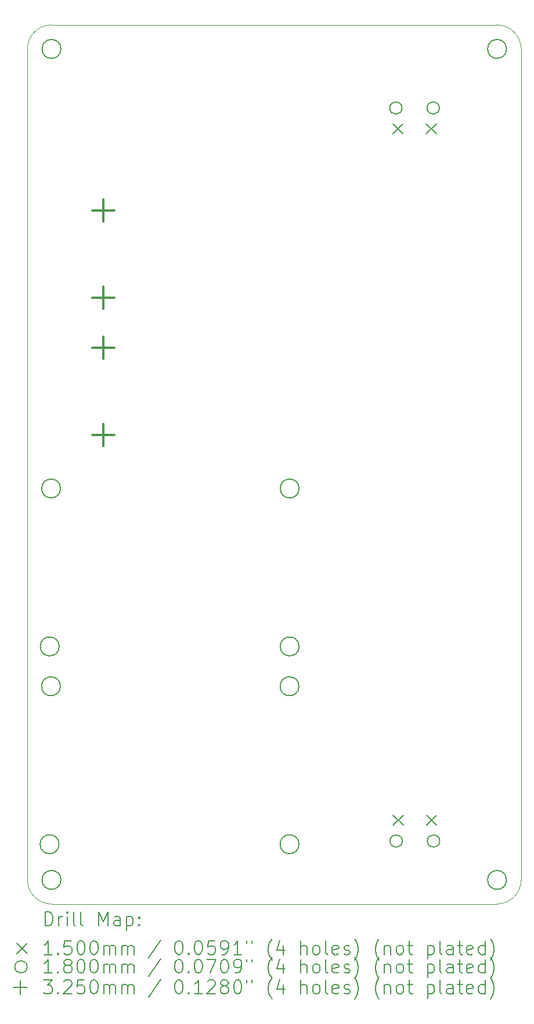
<source format=gbr>
%TF.GenerationSoftware,KiCad,Pcbnew,7.0.7*%
%TF.CreationDate,2025-01-13T16:20:25+01:00*%
%TF.ProjectId,PICO board v4.0,5049434f-2062-46f6-9172-642076342e30,rev?*%
%TF.SameCoordinates,Original*%
%TF.FileFunction,Drillmap*%
%TF.FilePolarity,Positive*%
%FSLAX45Y45*%
G04 Gerber Fmt 4.5, Leading zero omitted, Abs format (unit mm)*
G04 Created by KiCad (PCBNEW 7.0.7) date 2025-01-13 16:20:25*
%MOMM*%
%LPD*%
G01*
G04 APERTURE LIST*
%ADD10C,0.200000*%
%ADD11C,0.100000*%
%ADD12C,0.150000*%
%ADD13C,0.180000*%
%ADD14C,0.325000*%
G04 APERTURE END LIST*
D10*
X7430000Y-12930000D02*
G75*
G03*
X7430000Y-12930000I-137500J0D01*
G01*
X7437500Y-15750000D02*
G75*
G03*
X7437500Y-15750000I-137500J0D01*
G01*
X10910000Y-15230000D02*
G75*
G03*
X10910000Y-15230000I-137500J0D01*
G01*
D11*
X7300000Y-3300000D02*
X13800000Y-3300000D01*
X6950000Y-15750000D02*
G75*
G03*
X7300000Y-16100000I350000J0D01*
G01*
D10*
X7412500Y-12350000D02*
G75*
G03*
X7412500Y-12350000I-137500J0D01*
G01*
D11*
X7300000Y-3300000D02*
G75*
G03*
X6950000Y-3650000I0J-350000D01*
G01*
X7300000Y-16100000D02*
X13800000Y-16100000D01*
D10*
X10910000Y-12930000D02*
G75*
G03*
X10910000Y-12930000I-137500J0D01*
G01*
X10912500Y-10050000D02*
G75*
G03*
X10912500Y-10050000I-137500J0D01*
G01*
D11*
X6950000Y-3650000D02*
X6950000Y-15750000D01*
X14150000Y-3650000D02*
X14150000Y-15750000D01*
X14150000Y-3650000D02*
G75*
G03*
X13800000Y-3300000I-350000J0D01*
G01*
D10*
X7410000Y-15230000D02*
G75*
G03*
X7410000Y-15230000I-137500J0D01*
G01*
X7437500Y-3650000D02*
G75*
G03*
X7437500Y-3650000I-137500J0D01*
G01*
D11*
X13800000Y-16100000D02*
G75*
G03*
X14150000Y-15750000I0J350000D01*
G01*
D10*
X13937500Y-3650000D02*
G75*
G03*
X13937500Y-3650000I-137500J0D01*
G01*
X7432500Y-10050000D02*
G75*
G03*
X7432500Y-10050000I-137500J0D01*
G01*
X10912500Y-12350000D02*
G75*
G03*
X10912500Y-12350000I-137500J0D01*
G01*
X13937500Y-15750000D02*
G75*
G03*
X13937500Y-15750000I-137500J0D01*
G01*
D12*
X12278500Y-4738000D02*
X12428500Y-4888000D01*
X12428500Y-4738000D02*
X12278500Y-4888000D01*
X12283500Y-14805000D02*
X12433500Y-14955000D01*
X12433500Y-14805000D02*
X12283500Y-14955000D01*
X12763500Y-4738000D02*
X12913500Y-4888000D01*
X12913500Y-4738000D02*
X12763500Y-4888000D01*
X12768500Y-14805000D02*
X12918500Y-14955000D01*
X12918500Y-14805000D02*
X12768500Y-14955000D01*
D13*
X12413500Y-4510000D02*
G75*
G03*
X12413500Y-4510000I-90000J0D01*
G01*
X12418500Y-15183000D02*
G75*
G03*
X12418500Y-15183000I-90000J0D01*
G01*
X12958500Y-4510000D02*
G75*
G03*
X12958500Y-4510000I-90000J0D01*
G01*
X12963500Y-15183000D02*
G75*
G03*
X12963500Y-15183000I-90000J0D01*
G01*
D14*
X8057000Y-5839500D02*
X8057000Y-6164500D01*
X7894500Y-6002000D02*
X8219500Y-6002000D01*
X8057000Y-7109500D02*
X8057000Y-7434500D01*
X7894500Y-7272000D02*
X8219500Y-7272000D01*
X8057000Y-7839500D02*
X8057000Y-8164500D01*
X7894500Y-8002000D02*
X8219500Y-8002000D01*
X8057000Y-9109500D02*
X8057000Y-9434500D01*
X7894500Y-9272000D02*
X8219500Y-9272000D01*
D10*
X7205777Y-16416484D02*
X7205777Y-16216484D01*
X7205777Y-16216484D02*
X7253396Y-16216484D01*
X7253396Y-16216484D02*
X7281967Y-16226008D01*
X7281967Y-16226008D02*
X7301015Y-16245055D01*
X7301015Y-16245055D02*
X7310539Y-16264103D01*
X7310539Y-16264103D02*
X7320062Y-16302198D01*
X7320062Y-16302198D02*
X7320062Y-16330769D01*
X7320062Y-16330769D02*
X7310539Y-16368865D01*
X7310539Y-16368865D02*
X7301015Y-16387912D01*
X7301015Y-16387912D02*
X7281967Y-16406960D01*
X7281967Y-16406960D02*
X7253396Y-16416484D01*
X7253396Y-16416484D02*
X7205777Y-16416484D01*
X7405777Y-16416484D02*
X7405777Y-16283150D01*
X7405777Y-16321246D02*
X7415301Y-16302198D01*
X7415301Y-16302198D02*
X7424824Y-16292674D01*
X7424824Y-16292674D02*
X7443872Y-16283150D01*
X7443872Y-16283150D02*
X7462920Y-16283150D01*
X7529586Y-16416484D02*
X7529586Y-16283150D01*
X7529586Y-16216484D02*
X7520062Y-16226008D01*
X7520062Y-16226008D02*
X7529586Y-16235531D01*
X7529586Y-16235531D02*
X7539110Y-16226008D01*
X7539110Y-16226008D02*
X7529586Y-16216484D01*
X7529586Y-16216484D02*
X7529586Y-16235531D01*
X7653396Y-16416484D02*
X7634348Y-16406960D01*
X7634348Y-16406960D02*
X7624824Y-16387912D01*
X7624824Y-16387912D02*
X7624824Y-16216484D01*
X7758158Y-16416484D02*
X7739110Y-16406960D01*
X7739110Y-16406960D02*
X7729586Y-16387912D01*
X7729586Y-16387912D02*
X7729586Y-16216484D01*
X7986729Y-16416484D02*
X7986729Y-16216484D01*
X7986729Y-16216484D02*
X8053396Y-16359341D01*
X8053396Y-16359341D02*
X8120062Y-16216484D01*
X8120062Y-16216484D02*
X8120062Y-16416484D01*
X8301015Y-16416484D02*
X8301015Y-16311722D01*
X8301015Y-16311722D02*
X8291491Y-16292674D01*
X8291491Y-16292674D02*
X8272443Y-16283150D01*
X8272443Y-16283150D02*
X8234348Y-16283150D01*
X8234348Y-16283150D02*
X8215301Y-16292674D01*
X8301015Y-16406960D02*
X8281967Y-16416484D01*
X8281967Y-16416484D02*
X8234348Y-16416484D01*
X8234348Y-16416484D02*
X8215301Y-16406960D01*
X8215301Y-16406960D02*
X8205777Y-16387912D01*
X8205777Y-16387912D02*
X8205777Y-16368865D01*
X8205777Y-16368865D02*
X8215301Y-16349817D01*
X8215301Y-16349817D02*
X8234348Y-16340293D01*
X8234348Y-16340293D02*
X8281967Y-16340293D01*
X8281967Y-16340293D02*
X8301015Y-16330769D01*
X8396253Y-16283150D02*
X8396253Y-16483150D01*
X8396253Y-16292674D02*
X8415301Y-16283150D01*
X8415301Y-16283150D02*
X8453396Y-16283150D01*
X8453396Y-16283150D02*
X8472444Y-16292674D01*
X8472444Y-16292674D02*
X8481967Y-16302198D01*
X8481967Y-16302198D02*
X8491491Y-16321246D01*
X8491491Y-16321246D02*
X8491491Y-16378388D01*
X8491491Y-16378388D02*
X8481967Y-16397436D01*
X8481967Y-16397436D02*
X8472444Y-16406960D01*
X8472444Y-16406960D02*
X8453396Y-16416484D01*
X8453396Y-16416484D02*
X8415301Y-16416484D01*
X8415301Y-16416484D02*
X8396253Y-16406960D01*
X8577205Y-16397436D02*
X8586729Y-16406960D01*
X8586729Y-16406960D02*
X8577205Y-16416484D01*
X8577205Y-16416484D02*
X8567682Y-16406960D01*
X8567682Y-16406960D02*
X8577205Y-16397436D01*
X8577205Y-16397436D02*
X8577205Y-16416484D01*
X8577205Y-16292674D02*
X8586729Y-16302198D01*
X8586729Y-16302198D02*
X8577205Y-16311722D01*
X8577205Y-16311722D02*
X8567682Y-16302198D01*
X8567682Y-16302198D02*
X8577205Y-16292674D01*
X8577205Y-16292674D02*
X8577205Y-16311722D01*
D12*
X6795000Y-16670000D02*
X6945000Y-16820000D01*
X6945000Y-16670000D02*
X6795000Y-16820000D01*
D10*
X7310539Y-16836484D02*
X7196253Y-16836484D01*
X7253396Y-16836484D02*
X7253396Y-16636484D01*
X7253396Y-16636484D02*
X7234348Y-16665055D01*
X7234348Y-16665055D02*
X7215301Y-16684103D01*
X7215301Y-16684103D02*
X7196253Y-16693627D01*
X7396253Y-16817436D02*
X7405777Y-16826960D01*
X7405777Y-16826960D02*
X7396253Y-16836484D01*
X7396253Y-16836484D02*
X7386729Y-16826960D01*
X7386729Y-16826960D02*
X7396253Y-16817436D01*
X7396253Y-16817436D02*
X7396253Y-16836484D01*
X7586729Y-16636484D02*
X7491491Y-16636484D01*
X7491491Y-16636484D02*
X7481967Y-16731722D01*
X7481967Y-16731722D02*
X7491491Y-16722198D01*
X7491491Y-16722198D02*
X7510539Y-16712674D01*
X7510539Y-16712674D02*
X7558158Y-16712674D01*
X7558158Y-16712674D02*
X7577205Y-16722198D01*
X7577205Y-16722198D02*
X7586729Y-16731722D01*
X7586729Y-16731722D02*
X7596253Y-16750769D01*
X7596253Y-16750769D02*
X7596253Y-16798389D01*
X7596253Y-16798389D02*
X7586729Y-16817436D01*
X7586729Y-16817436D02*
X7577205Y-16826960D01*
X7577205Y-16826960D02*
X7558158Y-16836484D01*
X7558158Y-16836484D02*
X7510539Y-16836484D01*
X7510539Y-16836484D02*
X7491491Y-16826960D01*
X7491491Y-16826960D02*
X7481967Y-16817436D01*
X7720062Y-16636484D02*
X7739110Y-16636484D01*
X7739110Y-16636484D02*
X7758158Y-16646008D01*
X7758158Y-16646008D02*
X7767682Y-16655531D01*
X7767682Y-16655531D02*
X7777205Y-16674579D01*
X7777205Y-16674579D02*
X7786729Y-16712674D01*
X7786729Y-16712674D02*
X7786729Y-16760293D01*
X7786729Y-16760293D02*
X7777205Y-16798389D01*
X7777205Y-16798389D02*
X7767682Y-16817436D01*
X7767682Y-16817436D02*
X7758158Y-16826960D01*
X7758158Y-16826960D02*
X7739110Y-16836484D01*
X7739110Y-16836484D02*
X7720062Y-16836484D01*
X7720062Y-16836484D02*
X7701015Y-16826960D01*
X7701015Y-16826960D02*
X7691491Y-16817436D01*
X7691491Y-16817436D02*
X7681967Y-16798389D01*
X7681967Y-16798389D02*
X7672443Y-16760293D01*
X7672443Y-16760293D02*
X7672443Y-16712674D01*
X7672443Y-16712674D02*
X7681967Y-16674579D01*
X7681967Y-16674579D02*
X7691491Y-16655531D01*
X7691491Y-16655531D02*
X7701015Y-16646008D01*
X7701015Y-16646008D02*
X7720062Y-16636484D01*
X7910539Y-16636484D02*
X7929586Y-16636484D01*
X7929586Y-16636484D02*
X7948634Y-16646008D01*
X7948634Y-16646008D02*
X7958158Y-16655531D01*
X7958158Y-16655531D02*
X7967682Y-16674579D01*
X7967682Y-16674579D02*
X7977205Y-16712674D01*
X7977205Y-16712674D02*
X7977205Y-16760293D01*
X7977205Y-16760293D02*
X7967682Y-16798389D01*
X7967682Y-16798389D02*
X7958158Y-16817436D01*
X7958158Y-16817436D02*
X7948634Y-16826960D01*
X7948634Y-16826960D02*
X7929586Y-16836484D01*
X7929586Y-16836484D02*
X7910539Y-16836484D01*
X7910539Y-16836484D02*
X7891491Y-16826960D01*
X7891491Y-16826960D02*
X7881967Y-16817436D01*
X7881967Y-16817436D02*
X7872443Y-16798389D01*
X7872443Y-16798389D02*
X7862920Y-16760293D01*
X7862920Y-16760293D02*
X7862920Y-16712674D01*
X7862920Y-16712674D02*
X7872443Y-16674579D01*
X7872443Y-16674579D02*
X7881967Y-16655531D01*
X7881967Y-16655531D02*
X7891491Y-16646008D01*
X7891491Y-16646008D02*
X7910539Y-16636484D01*
X8062920Y-16836484D02*
X8062920Y-16703150D01*
X8062920Y-16722198D02*
X8072443Y-16712674D01*
X8072443Y-16712674D02*
X8091491Y-16703150D01*
X8091491Y-16703150D02*
X8120063Y-16703150D01*
X8120063Y-16703150D02*
X8139110Y-16712674D01*
X8139110Y-16712674D02*
X8148634Y-16731722D01*
X8148634Y-16731722D02*
X8148634Y-16836484D01*
X8148634Y-16731722D02*
X8158158Y-16712674D01*
X8158158Y-16712674D02*
X8177205Y-16703150D01*
X8177205Y-16703150D02*
X8205777Y-16703150D01*
X8205777Y-16703150D02*
X8224824Y-16712674D01*
X8224824Y-16712674D02*
X8234348Y-16731722D01*
X8234348Y-16731722D02*
X8234348Y-16836484D01*
X8329586Y-16836484D02*
X8329586Y-16703150D01*
X8329586Y-16722198D02*
X8339110Y-16712674D01*
X8339110Y-16712674D02*
X8358158Y-16703150D01*
X8358158Y-16703150D02*
X8386729Y-16703150D01*
X8386729Y-16703150D02*
X8405777Y-16712674D01*
X8405777Y-16712674D02*
X8415301Y-16731722D01*
X8415301Y-16731722D02*
X8415301Y-16836484D01*
X8415301Y-16731722D02*
X8424825Y-16712674D01*
X8424825Y-16712674D02*
X8443872Y-16703150D01*
X8443872Y-16703150D02*
X8472444Y-16703150D01*
X8472444Y-16703150D02*
X8491491Y-16712674D01*
X8491491Y-16712674D02*
X8501015Y-16731722D01*
X8501015Y-16731722D02*
X8501015Y-16836484D01*
X8891491Y-16626960D02*
X8720063Y-16884103D01*
X9148634Y-16636484D02*
X9167682Y-16636484D01*
X9167682Y-16636484D02*
X9186729Y-16646008D01*
X9186729Y-16646008D02*
X9196253Y-16655531D01*
X9196253Y-16655531D02*
X9205777Y-16674579D01*
X9205777Y-16674579D02*
X9215301Y-16712674D01*
X9215301Y-16712674D02*
X9215301Y-16760293D01*
X9215301Y-16760293D02*
X9205777Y-16798389D01*
X9205777Y-16798389D02*
X9196253Y-16817436D01*
X9196253Y-16817436D02*
X9186729Y-16826960D01*
X9186729Y-16826960D02*
X9167682Y-16836484D01*
X9167682Y-16836484D02*
X9148634Y-16836484D01*
X9148634Y-16836484D02*
X9129587Y-16826960D01*
X9129587Y-16826960D02*
X9120063Y-16817436D01*
X9120063Y-16817436D02*
X9110539Y-16798389D01*
X9110539Y-16798389D02*
X9101015Y-16760293D01*
X9101015Y-16760293D02*
X9101015Y-16712674D01*
X9101015Y-16712674D02*
X9110539Y-16674579D01*
X9110539Y-16674579D02*
X9120063Y-16655531D01*
X9120063Y-16655531D02*
X9129587Y-16646008D01*
X9129587Y-16646008D02*
X9148634Y-16636484D01*
X9301015Y-16817436D02*
X9310539Y-16826960D01*
X9310539Y-16826960D02*
X9301015Y-16836484D01*
X9301015Y-16836484D02*
X9291491Y-16826960D01*
X9291491Y-16826960D02*
X9301015Y-16817436D01*
X9301015Y-16817436D02*
X9301015Y-16836484D01*
X9434348Y-16636484D02*
X9453396Y-16636484D01*
X9453396Y-16636484D02*
X9472444Y-16646008D01*
X9472444Y-16646008D02*
X9481968Y-16655531D01*
X9481968Y-16655531D02*
X9491491Y-16674579D01*
X9491491Y-16674579D02*
X9501015Y-16712674D01*
X9501015Y-16712674D02*
X9501015Y-16760293D01*
X9501015Y-16760293D02*
X9491491Y-16798389D01*
X9491491Y-16798389D02*
X9481968Y-16817436D01*
X9481968Y-16817436D02*
X9472444Y-16826960D01*
X9472444Y-16826960D02*
X9453396Y-16836484D01*
X9453396Y-16836484D02*
X9434348Y-16836484D01*
X9434348Y-16836484D02*
X9415301Y-16826960D01*
X9415301Y-16826960D02*
X9405777Y-16817436D01*
X9405777Y-16817436D02*
X9396253Y-16798389D01*
X9396253Y-16798389D02*
X9386729Y-16760293D01*
X9386729Y-16760293D02*
X9386729Y-16712674D01*
X9386729Y-16712674D02*
X9396253Y-16674579D01*
X9396253Y-16674579D02*
X9405777Y-16655531D01*
X9405777Y-16655531D02*
X9415301Y-16646008D01*
X9415301Y-16646008D02*
X9434348Y-16636484D01*
X9681968Y-16636484D02*
X9586729Y-16636484D01*
X9586729Y-16636484D02*
X9577206Y-16731722D01*
X9577206Y-16731722D02*
X9586729Y-16722198D01*
X9586729Y-16722198D02*
X9605777Y-16712674D01*
X9605777Y-16712674D02*
X9653396Y-16712674D01*
X9653396Y-16712674D02*
X9672444Y-16722198D01*
X9672444Y-16722198D02*
X9681968Y-16731722D01*
X9681968Y-16731722D02*
X9691491Y-16750769D01*
X9691491Y-16750769D02*
X9691491Y-16798389D01*
X9691491Y-16798389D02*
X9681968Y-16817436D01*
X9681968Y-16817436D02*
X9672444Y-16826960D01*
X9672444Y-16826960D02*
X9653396Y-16836484D01*
X9653396Y-16836484D02*
X9605777Y-16836484D01*
X9605777Y-16836484D02*
X9586729Y-16826960D01*
X9586729Y-16826960D02*
X9577206Y-16817436D01*
X9786729Y-16836484D02*
X9824825Y-16836484D01*
X9824825Y-16836484D02*
X9843872Y-16826960D01*
X9843872Y-16826960D02*
X9853396Y-16817436D01*
X9853396Y-16817436D02*
X9872444Y-16788865D01*
X9872444Y-16788865D02*
X9881968Y-16750769D01*
X9881968Y-16750769D02*
X9881968Y-16674579D01*
X9881968Y-16674579D02*
X9872444Y-16655531D01*
X9872444Y-16655531D02*
X9862920Y-16646008D01*
X9862920Y-16646008D02*
X9843872Y-16636484D01*
X9843872Y-16636484D02*
X9805777Y-16636484D01*
X9805777Y-16636484D02*
X9786729Y-16646008D01*
X9786729Y-16646008D02*
X9777206Y-16655531D01*
X9777206Y-16655531D02*
X9767682Y-16674579D01*
X9767682Y-16674579D02*
X9767682Y-16722198D01*
X9767682Y-16722198D02*
X9777206Y-16741246D01*
X9777206Y-16741246D02*
X9786729Y-16750769D01*
X9786729Y-16750769D02*
X9805777Y-16760293D01*
X9805777Y-16760293D02*
X9843872Y-16760293D01*
X9843872Y-16760293D02*
X9862920Y-16750769D01*
X9862920Y-16750769D02*
X9872444Y-16741246D01*
X9872444Y-16741246D02*
X9881968Y-16722198D01*
X10072444Y-16836484D02*
X9958158Y-16836484D01*
X10015301Y-16836484D02*
X10015301Y-16636484D01*
X10015301Y-16636484D02*
X9996253Y-16665055D01*
X9996253Y-16665055D02*
X9977206Y-16684103D01*
X9977206Y-16684103D02*
X9958158Y-16693627D01*
X10148634Y-16636484D02*
X10148634Y-16674579D01*
X10224825Y-16636484D02*
X10224825Y-16674579D01*
X10520063Y-16912674D02*
X10510539Y-16903150D01*
X10510539Y-16903150D02*
X10491491Y-16874579D01*
X10491491Y-16874579D02*
X10481968Y-16855531D01*
X10481968Y-16855531D02*
X10472444Y-16826960D01*
X10472444Y-16826960D02*
X10462920Y-16779341D01*
X10462920Y-16779341D02*
X10462920Y-16741246D01*
X10462920Y-16741246D02*
X10472444Y-16693627D01*
X10472444Y-16693627D02*
X10481968Y-16665055D01*
X10481968Y-16665055D02*
X10491491Y-16646008D01*
X10491491Y-16646008D02*
X10510539Y-16617436D01*
X10510539Y-16617436D02*
X10520063Y-16607912D01*
X10681968Y-16703150D02*
X10681968Y-16836484D01*
X10634349Y-16626960D02*
X10586730Y-16769817D01*
X10586730Y-16769817D02*
X10710539Y-16769817D01*
X10939111Y-16836484D02*
X10939111Y-16636484D01*
X11024825Y-16836484D02*
X11024825Y-16731722D01*
X11024825Y-16731722D02*
X11015301Y-16712674D01*
X11015301Y-16712674D02*
X10996253Y-16703150D01*
X10996253Y-16703150D02*
X10967682Y-16703150D01*
X10967682Y-16703150D02*
X10948634Y-16712674D01*
X10948634Y-16712674D02*
X10939111Y-16722198D01*
X11148634Y-16836484D02*
X11129587Y-16826960D01*
X11129587Y-16826960D02*
X11120063Y-16817436D01*
X11120063Y-16817436D02*
X11110539Y-16798389D01*
X11110539Y-16798389D02*
X11110539Y-16741246D01*
X11110539Y-16741246D02*
X11120063Y-16722198D01*
X11120063Y-16722198D02*
X11129587Y-16712674D01*
X11129587Y-16712674D02*
X11148634Y-16703150D01*
X11148634Y-16703150D02*
X11177206Y-16703150D01*
X11177206Y-16703150D02*
X11196253Y-16712674D01*
X11196253Y-16712674D02*
X11205777Y-16722198D01*
X11205777Y-16722198D02*
X11215301Y-16741246D01*
X11215301Y-16741246D02*
X11215301Y-16798389D01*
X11215301Y-16798389D02*
X11205777Y-16817436D01*
X11205777Y-16817436D02*
X11196253Y-16826960D01*
X11196253Y-16826960D02*
X11177206Y-16836484D01*
X11177206Y-16836484D02*
X11148634Y-16836484D01*
X11329587Y-16836484D02*
X11310539Y-16826960D01*
X11310539Y-16826960D02*
X11301015Y-16807912D01*
X11301015Y-16807912D02*
X11301015Y-16636484D01*
X11481968Y-16826960D02*
X11462920Y-16836484D01*
X11462920Y-16836484D02*
X11424825Y-16836484D01*
X11424825Y-16836484D02*
X11405777Y-16826960D01*
X11405777Y-16826960D02*
X11396253Y-16807912D01*
X11396253Y-16807912D02*
X11396253Y-16731722D01*
X11396253Y-16731722D02*
X11405777Y-16712674D01*
X11405777Y-16712674D02*
X11424825Y-16703150D01*
X11424825Y-16703150D02*
X11462920Y-16703150D01*
X11462920Y-16703150D02*
X11481968Y-16712674D01*
X11481968Y-16712674D02*
X11491491Y-16731722D01*
X11491491Y-16731722D02*
X11491491Y-16750769D01*
X11491491Y-16750769D02*
X11396253Y-16769817D01*
X11567682Y-16826960D02*
X11586730Y-16836484D01*
X11586730Y-16836484D02*
X11624825Y-16836484D01*
X11624825Y-16836484D02*
X11643872Y-16826960D01*
X11643872Y-16826960D02*
X11653396Y-16807912D01*
X11653396Y-16807912D02*
X11653396Y-16798389D01*
X11653396Y-16798389D02*
X11643872Y-16779341D01*
X11643872Y-16779341D02*
X11624825Y-16769817D01*
X11624825Y-16769817D02*
X11596253Y-16769817D01*
X11596253Y-16769817D02*
X11577206Y-16760293D01*
X11577206Y-16760293D02*
X11567682Y-16741246D01*
X11567682Y-16741246D02*
X11567682Y-16731722D01*
X11567682Y-16731722D02*
X11577206Y-16712674D01*
X11577206Y-16712674D02*
X11596253Y-16703150D01*
X11596253Y-16703150D02*
X11624825Y-16703150D01*
X11624825Y-16703150D02*
X11643872Y-16712674D01*
X11720063Y-16912674D02*
X11729587Y-16903150D01*
X11729587Y-16903150D02*
X11748634Y-16874579D01*
X11748634Y-16874579D02*
X11758158Y-16855531D01*
X11758158Y-16855531D02*
X11767682Y-16826960D01*
X11767682Y-16826960D02*
X11777206Y-16779341D01*
X11777206Y-16779341D02*
X11777206Y-16741246D01*
X11777206Y-16741246D02*
X11767682Y-16693627D01*
X11767682Y-16693627D02*
X11758158Y-16665055D01*
X11758158Y-16665055D02*
X11748634Y-16646008D01*
X11748634Y-16646008D02*
X11729587Y-16617436D01*
X11729587Y-16617436D02*
X11720063Y-16607912D01*
X12081968Y-16912674D02*
X12072444Y-16903150D01*
X12072444Y-16903150D02*
X12053396Y-16874579D01*
X12053396Y-16874579D02*
X12043872Y-16855531D01*
X12043872Y-16855531D02*
X12034349Y-16826960D01*
X12034349Y-16826960D02*
X12024825Y-16779341D01*
X12024825Y-16779341D02*
X12024825Y-16741246D01*
X12024825Y-16741246D02*
X12034349Y-16693627D01*
X12034349Y-16693627D02*
X12043872Y-16665055D01*
X12043872Y-16665055D02*
X12053396Y-16646008D01*
X12053396Y-16646008D02*
X12072444Y-16617436D01*
X12072444Y-16617436D02*
X12081968Y-16607912D01*
X12158158Y-16703150D02*
X12158158Y-16836484D01*
X12158158Y-16722198D02*
X12167682Y-16712674D01*
X12167682Y-16712674D02*
X12186730Y-16703150D01*
X12186730Y-16703150D02*
X12215301Y-16703150D01*
X12215301Y-16703150D02*
X12234349Y-16712674D01*
X12234349Y-16712674D02*
X12243872Y-16731722D01*
X12243872Y-16731722D02*
X12243872Y-16836484D01*
X12367682Y-16836484D02*
X12348634Y-16826960D01*
X12348634Y-16826960D02*
X12339111Y-16817436D01*
X12339111Y-16817436D02*
X12329587Y-16798389D01*
X12329587Y-16798389D02*
X12329587Y-16741246D01*
X12329587Y-16741246D02*
X12339111Y-16722198D01*
X12339111Y-16722198D02*
X12348634Y-16712674D01*
X12348634Y-16712674D02*
X12367682Y-16703150D01*
X12367682Y-16703150D02*
X12396253Y-16703150D01*
X12396253Y-16703150D02*
X12415301Y-16712674D01*
X12415301Y-16712674D02*
X12424825Y-16722198D01*
X12424825Y-16722198D02*
X12434349Y-16741246D01*
X12434349Y-16741246D02*
X12434349Y-16798389D01*
X12434349Y-16798389D02*
X12424825Y-16817436D01*
X12424825Y-16817436D02*
X12415301Y-16826960D01*
X12415301Y-16826960D02*
X12396253Y-16836484D01*
X12396253Y-16836484D02*
X12367682Y-16836484D01*
X12491492Y-16703150D02*
X12567682Y-16703150D01*
X12520063Y-16636484D02*
X12520063Y-16807912D01*
X12520063Y-16807912D02*
X12529587Y-16826960D01*
X12529587Y-16826960D02*
X12548634Y-16836484D01*
X12548634Y-16836484D02*
X12567682Y-16836484D01*
X12786730Y-16703150D02*
X12786730Y-16903150D01*
X12786730Y-16712674D02*
X12805777Y-16703150D01*
X12805777Y-16703150D02*
X12843873Y-16703150D01*
X12843873Y-16703150D02*
X12862920Y-16712674D01*
X12862920Y-16712674D02*
X12872444Y-16722198D01*
X12872444Y-16722198D02*
X12881968Y-16741246D01*
X12881968Y-16741246D02*
X12881968Y-16798389D01*
X12881968Y-16798389D02*
X12872444Y-16817436D01*
X12872444Y-16817436D02*
X12862920Y-16826960D01*
X12862920Y-16826960D02*
X12843873Y-16836484D01*
X12843873Y-16836484D02*
X12805777Y-16836484D01*
X12805777Y-16836484D02*
X12786730Y-16826960D01*
X12996253Y-16836484D02*
X12977206Y-16826960D01*
X12977206Y-16826960D02*
X12967682Y-16807912D01*
X12967682Y-16807912D02*
X12967682Y-16636484D01*
X13158158Y-16836484D02*
X13158158Y-16731722D01*
X13158158Y-16731722D02*
X13148634Y-16712674D01*
X13148634Y-16712674D02*
X13129587Y-16703150D01*
X13129587Y-16703150D02*
X13091492Y-16703150D01*
X13091492Y-16703150D02*
X13072444Y-16712674D01*
X13158158Y-16826960D02*
X13139111Y-16836484D01*
X13139111Y-16836484D02*
X13091492Y-16836484D01*
X13091492Y-16836484D02*
X13072444Y-16826960D01*
X13072444Y-16826960D02*
X13062920Y-16807912D01*
X13062920Y-16807912D02*
X13062920Y-16788865D01*
X13062920Y-16788865D02*
X13072444Y-16769817D01*
X13072444Y-16769817D02*
X13091492Y-16760293D01*
X13091492Y-16760293D02*
X13139111Y-16760293D01*
X13139111Y-16760293D02*
X13158158Y-16750769D01*
X13224825Y-16703150D02*
X13301015Y-16703150D01*
X13253396Y-16636484D02*
X13253396Y-16807912D01*
X13253396Y-16807912D02*
X13262920Y-16826960D01*
X13262920Y-16826960D02*
X13281968Y-16836484D01*
X13281968Y-16836484D02*
X13301015Y-16836484D01*
X13443873Y-16826960D02*
X13424825Y-16836484D01*
X13424825Y-16836484D02*
X13386730Y-16836484D01*
X13386730Y-16836484D02*
X13367682Y-16826960D01*
X13367682Y-16826960D02*
X13358158Y-16807912D01*
X13358158Y-16807912D02*
X13358158Y-16731722D01*
X13358158Y-16731722D02*
X13367682Y-16712674D01*
X13367682Y-16712674D02*
X13386730Y-16703150D01*
X13386730Y-16703150D02*
X13424825Y-16703150D01*
X13424825Y-16703150D02*
X13443873Y-16712674D01*
X13443873Y-16712674D02*
X13453396Y-16731722D01*
X13453396Y-16731722D02*
X13453396Y-16750769D01*
X13453396Y-16750769D02*
X13358158Y-16769817D01*
X13624825Y-16836484D02*
X13624825Y-16636484D01*
X13624825Y-16826960D02*
X13605777Y-16836484D01*
X13605777Y-16836484D02*
X13567682Y-16836484D01*
X13567682Y-16836484D02*
X13548634Y-16826960D01*
X13548634Y-16826960D02*
X13539111Y-16817436D01*
X13539111Y-16817436D02*
X13529587Y-16798389D01*
X13529587Y-16798389D02*
X13529587Y-16741246D01*
X13529587Y-16741246D02*
X13539111Y-16722198D01*
X13539111Y-16722198D02*
X13548634Y-16712674D01*
X13548634Y-16712674D02*
X13567682Y-16703150D01*
X13567682Y-16703150D02*
X13605777Y-16703150D01*
X13605777Y-16703150D02*
X13624825Y-16712674D01*
X13701015Y-16912674D02*
X13710539Y-16903150D01*
X13710539Y-16903150D02*
X13729587Y-16874579D01*
X13729587Y-16874579D02*
X13739111Y-16855531D01*
X13739111Y-16855531D02*
X13748634Y-16826960D01*
X13748634Y-16826960D02*
X13758158Y-16779341D01*
X13758158Y-16779341D02*
X13758158Y-16741246D01*
X13758158Y-16741246D02*
X13748634Y-16693627D01*
X13748634Y-16693627D02*
X13739111Y-16665055D01*
X13739111Y-16665055D02*
X13729587Y-16646008D01*
X13729587Y-16646008D02*
X13710539Y-16617436D01*
X13710539Y-16617436D02*
X13701015Y-16607912D01*
D13*
X6945000Y-17015000D02*
G75*
G03*
X6945000Y-17015000I-90000J0D01*
G01*
D10*
X7310539Y-17106484D02*
X7196253Y-17106484D01*
X7253396Y-17106484D02*
X7253396Y-16906484D01*
X7253396Y-16906484D02*
X7234348Y-16935055D01*
X7234348Y-16935055D02*
X7215301Y-16954103D01*
X7215301Y-16954103D02*
X7196253Y-16963627D01*
X7396253Y-17087436D02*
X7405777Y-17096960D01*
X7405777Y-17096960D02*
X7396253Y-17106484D01*
X7396253Y-17106484D02*
X7386729Y-17096960D01*
X7386729Y-17096960D02*
X7396253Y-17087436D01*
X7396253Y-17087436D02*
X7396253Y-17106484D01*
X7520062Y-16992198D02*
X7501015Y-16982674D01*
X7501015Y-16982674D02*
X7491491Y-16973150D01*
X7491491Y-16973150D02*
X7481967Y-16954103D01*
X7481967Y-16954103D02*
X7481967Y-16944579D01*
X7481967Y-16944579D02*
X7491491Y-16925531D01*
X7491491Y-16925531D02*
X7501015Y-16916008D01*
X7501015Y-16916008D02*
X7520062Y-16906484D01*
X7520062Y-16906484D02*
X7558158Y-16906484D01*
X7558158Y-16906484D02*
X7577205Y-16916008D01*
X7577205Y-16916008D02*
X7586729Y-16925531D01*
X7586729Y-16925531D02*
X7596253Y-16944579D01*
X7596253Y-16944579D02*
X7596253Y-16954103D01*
X7596253Y-16954103D02*
X7586729Y-16973150D01*
X7586729Y-16973150D02*
X7577205Y-16982674D01*
X7577205Y-16982674D02*
X7558158Y-16992198D01*
X7558158Y-16992198D02*
X7520062Y-16992198D01*
X7520062Y-16992198D02*
X7501015Y-17001722D01*
X7501015Y-17001722D02*
X7491491Y-17011246D01*
X7491491Y-17011246D02*
X7481967Y-17030293D01*
X7481967Y-17030293D02*
X7481967Y-17068389D01*
X7481967Y-17068389D02*
X7491491Y-17087436D01*
X7491491Y-17087436D02*
X7501015Y-17096960D01*
X7501015Y-17096960D02*
X7520062Y-17106484D01*
X7520062Y-17106484D02*
X7558158Y-17106484D01*
X7558158Y-17106484D02*
X7577205Y-17096960D01*
X7577205Y-17096960D02*
X7586729Y-17087436D01*
X7586729Y-17087436D02*
X7596253Y-17068389D01*
X7596253Y-17068389D02*
X7596253Y-17030293D01*
X7596253Y-17030293D02*
X7586729Y-17011246D01*
X7586729Y-17011246D02*
X7577205Y-17001722D01*
X7577205Y-17001722D02*
X7558158Y-16992198D01*
X7720062Y-16906484D02*
X7739110Y-16906484D01*
X7739110Y-16906484D02*
X7758158Y-16916008D01*
X7758158Y-16916008D02*
X7767682Y-16925531D01*
X7767682Y-16925531D02*
X7777205Y-16944579D01*
X7777205Y-16944579D02*
X7786729Y-16982674D01*
X7786729Y-16982674D02*
X7786729Y-17030293D01*
X7786729Y-17030293D02*
X7777205Y-17068389D01*
X7777205Y-17068389D02*
X7767682Y-17087436D01*
X7767682Y-17087436D02*
X7758158Y-17096960D01*
X7758158Y-17096960D02*
X7739110Y-17106484D01*
X7739110Y-17106484D02*
X7720062Y-17106484D01*
X7720062Y-17106484D02*
X7701015Y-17096960D01*
X7701015Y-17096960D02*
X7691491Y-17087436D01*
X7691491Y-17087436D02*
X7681967Y-17068389D01*
X7681967Y-17068389D02*
X7672443Y-17030293D01*
X7672443Y-17030293D02*
X7672443Y-16982674D01*
X7672443Y-16982674D02*
X7681967Y-16944579D01*
X7681967Y-16944579D02*
X7691491Y-16925531D01*
X7691491Y-16925531D02*
X7701015Y-16916008D01*
X7701015Y-16916008D02*
X7720062Y-16906484D01*
X7910539Y-16906484D02*
X7929586Y-16906484D01*
X7929586Y-16906484D02*
X7948634Y-16916008D01*
X7948634Y-16916008D02*
X7958158Y-16925531D01*
X7958158Y-16925531D02*
X7967682Y-16944579D01*
X7967682Y-16944579D02*
X7977205Y-16982674D01*
X7977205Y-16982674D02*
X7977205Y-17030293D01*
X7977205Y-17030293D02*
X7967682Y-17068389D01*
X7967682Y-17068389D02*
X7958158Y-17087436D01*
X7958158Y-17087436D02*
X7948634Y-17096960D01*
X7948634Y-17096960D02*
X7929586Y-17106484D01*
X7929586Y-17106484D02*
X7910539Y-17106484D01*
X7910539Y-17106484D02*
X7891491Y-17096960D01*
X7891491Y-17096960D02*
X7881967Y-17087436D01*
X7881967Y-17087436D02*
X7872443Y-17068389D01*
X7872443Y-17068389D02*
X7862920Y-17030293D01*
X7862920Y-17030293D02*
X7862920Y-16982674D01*
X7862920Y-16982674D02*
X7872443Y-16944579D01*
X7872443Y-16944579D02*
X7881967Y-16925531D01*
X7881967Y-16925531D02*
X7891491Y-16916008D01*
X7891491Y-16916008D02*
X7910539Y-16906484D01*
X8062920Y-17106484D02*
X8062920Y-16973150D01*
X8062920Y-16992198D02*
X8072443Y-16982674D01*
X8072443Y-16982674D02*
X8091491Y-16973150D01*
X8091491Y-16973150D02*
X8120063Y-16973150D01*
X8120063Y-16973150D02*
X8139110Y-16982674D01*
X8139110Y-16982674D02*
X8148634Y-17001722D01*
X8148634Y-17001722D02*
X8148634Y-17106484D01*
X8148634Y-17001722D02*
X8158158Y-16982674D01*
X8158158Y-16982674D02*
X8177205Y-16973150D01*
X8177205Y-16973150D02*
X8205777Y-16973150D01*
X8205777Y-16973150D02*
X8224824Y-16982674D01*
X8224824Y-16982674D02*
X8234348Y-17001722D01*
X8234348Y-17001722D02*
X8234348Y-17106484D01*
X8329586Y-17106484D02*
X8329586Y-16973150D01*
X8329586Y-16992198D02*
X8339110Y-16982674D01*
X8339110Y-16982674D02*
X8358158Y-16973150D01*
X8358158Y-16973150D02*
X8386729Y-16973150D01*
X8386729Y-16973150D02*
X8405777Y-16982674D01*
X8405777Y-16982674D02*
X8415301Y-17001722D01*
X8415301Y-17001722D02*
X8415301Y-17106484D01*
X8415301Y-17001722D02*
X8424825Y-16982674D01*
X8424825Y-16982674D02*
X8443872Y-16973150D01*
X8443872Y-16973150D02*
X8472444Y-16973150D01*
X8472444Y-16973150D02*
X8491491Y-16982674D01*
X8491491Y-16982674D02*
X8501015Y-17001722D01*
X8501015Y-17001722D02*
X8501015Y-17106484D01*
X8891491Y-16896960D02*
X8720063Y-17154103D01*
X9148634Y-16906484D02*
X9167682Y-16906484D01*
X9167682Y-16906484D02*
X9186729Y-16916008D01*
X9186729Y-16916008D02*
X9196253Y-16925531D01*
X9196253Y-16925531D02*
X9205777Y-16944579D01*
X9205777Y-16944579D02*
X9215301Y-16982674D01*
X9215301Y-16982674D02*
X9215301Y-17030293D01*
X9215301Y-17030293D02*
X9205777Y-17068389D01*
X9205777Y-17068389D02*
X9196253Y-17087436D01*
X9196253Y-17087436D02*
X9186729Y-17096960D01*
X9186729Y-17096960D02*
X9167682Y-17106484D01*
X9167682Y-17106484D02*
X9148634Y-17106484D01*
X9148634Y-17106484D02*
X9129587Y-17096960D01*
X9129587Y-17096960D02*
X9120063Y-17087436D01*
X9120063Y-17087436D02*
X9110539Y-17068389D01*
X9110539Y-17068389D02*
X9101015Y-17030293D01*
X9101015Y-17030293D02*
X9101015Y-16982674D01*
X9101015Y-16982674D02*
X9110539Y-16944579D01*
X9110539Y-16944579D02*
X9120063Y-16925531D01*
X9120063Y-16925531D02*
X9129587Y-16916008D01*
X9129587Y-16916008D02*
X9148634Y-16906484D01*
X9301015Y-17087436D02*
X9310539Y-17096960D01*
X9310539Y-17096960D02*
X9301015Y-17106484D01*
X9301015Y-17106484D02*
X9291491Y-17096960D01*
X9291491Y-17096960D02*
X9301015Y-17087436D01*
X9301015Y-17087436D02*
X9301015Y-17106484D01*
X9434348Y-16906484D02*
X9453396Y-16906484D01*
X9453396Y-16906484D02*
X9472444Y-16916008D01*
X9472444Y-16916008D02*
X9481968Y-16925531D01*
X9481968Y-16925531D02*
X9491491Y-16944579D01*
X9491491Y-16944579D02*
X9501015Y-16982674D01*
X9501015Y-16982674D02*
X9501015Y-17030293D01*
X9501015Y-17030293D02*
X9491491Y-17068389D01*
X9491491Y-17068389D02*
X9481968Y-17087436D01*
X9481968Y-17087436D02*
X9472444Y-17096960D01*
X9472444Y-17096960D02*
X9453396Y-17106484D01*
X9453396Y-17106484D02*
X9434348Y-17106484D01*
X9434348Y-17106484D02*
X9415301Y-17096960D01*
X9415301Y-17096960D02*
X9405777Y-17087436D01*
X9405777Y-17087436D02*
X9396253Y-17068389D01*
X9396253Y-17068389D02*
X9386729Y-17030293D01*
X9386729Y-17030293D02*
X9386729Y-16982674D01*
X9386729Y-16982674D02*
X9396253Y-16944579D01*
X9396253Y-16944579D02*
X9405777Y-16925531D01*
X9405777Y-16925531D02*
X9415301Y-16916008D01*
X9415301Y-16916008D02*
X9434348Y-16906484D01*
X9567682Y-16906484D02*
X9701015Y-16906484D01*
X9701015Y-16906484D02*
X9615301Y-17106484D01*
X9815301Y-16906484D02*
X9834349Y-16906484D01*
X9834349Y-16906484D02*
X9853396Y-16916008D01*
X9853396Y-16916008D02*
X9862920Y-16925531D01*
X9862920Y-16925531D02*
X9872444Y-16944579D01*
X9872444Y-16944579D02*
X9881968Y-16982674D01*
X9881968Y-16982674D02*
X9881968Y-17030293D01*
X9881968Y-17030293D02*
X9872444Y-17068389D01*
X9872444Y-17068389D02*
X9862920Y-17087436D01*
X9862920Y-17087436D02*
X9853396Y-17096960D01*
X9853396Y-17096960D02*
X9834349Y-17106484D01*
X9834349Y-17106484D02*
X9815301Y-17106484D01*
X9815301Y-17106484D02*
X9796253Y-17096960D01*
X9796253Y-17096960D02*
X9786729Y-17087436D01*
X9786729Y-17087436D02*
X9777206Y-17068389D01*
X9777206Y-17068389D02*
X9767682Y-17030293D01*
X9767682Y-17030293D02*
X9767682Y-16982674D01*
X9767682Y-16982674D02*
X9777206Y-16944579D01*
X9777206Y-16944579D02*
X9786729Y-16925531D01*
X9786729Y-16925531D02*
X9796253Y-16916008D01*
X9796253Y-16916008D02*
X9815301Y-16906484D01*
X9977206Y-17106484D02*
X10015301Y-17106484D01*
X10015301Y-17106484D02*
X10034349Y-17096960D01*
X10034349Y-17096960D02*
X10043872Y-17087436D01*
X10043872Y-17087436D02*
X10062920Y-17058865D01*
X10062920Y-17058865D02*
X10072444Y-17020770D01*
X10072444Y-17020770D02*
X10072444Y-16944579D01*
X10072444Y-16944579D02*
X10062920Y-16925531D01*
X10062920Y-16925531D02*
X10053396Y-16916008D01*
X10053396Y-16916008D02*
X10034349Y-16906484D01*
X10034349Y-16906484D02*
X9996253Y-16906484D01*
X9996253Y-16906484D02*
X9977206Y-16916008D01*
X9977206Y-16916008D02*
X9967682Y-16925531D01*
X9967682Y-16925531D02*
X9958158Y-16944579D01*
X9958158Y-16944579D02*
X9958158Y-16992198D01*
X9958158Y-16992198D02*
X9967682Y-17011246D01*
X9967682Y-17011246D02*
X9977206Y-17020770D01*
X9977206Y-17020770D02*
X9996253Y-17030293D01*
X9996253Y-17030293D02*
X10034349Y-17030293D01*
X10034349Y-17030293D02*
X10053396Y-17020770D01*
X10053396Y-17020770D02*
X10062920Y-17011246D01*
X10062920Y-17011246D02*
X10072444Y-16992198D01*
X10148634Y-16906484D02*
X10148634Y-16944579D01*
X10224825Y-16906484D02*
X10224825Y-16944579D01*
X10520063Y-17182674D02*
X10510539Y-17173150D01*
X10510539Y-17173150D02*
X10491491Y-17144579D01*
X10491491Y-17144579D02*
X10481968Y-17125531D01*
X10481968Y-17125531D02*
X10472444Y-17096960D01*
X10472444Y-17096960D02*
X10462920Y-17049341D01*
X10462920Y-17049341D02*
X10462920Y-17011246D01*
X10462920Y-17011246D02*
X10472444Y-16963627D01*
X10472444Y-16963627D02*
X10481968Y-16935055D01*
X10481968Y-16935055D02*
X10491491Y-16916008D01*
X10491491Y-16916008D02*
X10510539Y-16887436D01*
X10510539Y-16887436D02*
X10520063Y-16877912D01*
X10681968Y-16973150D02*
X10681968Y-17106484D01*
X10634349Y-16896960D02*
X10586730Y-17039817D01*
X10586730Y-17039817D02*
X10710539Y-17039817D01*
X10939111Y-17106484D02*
X10939111Y-16906484D01*
X11024825Y-17106484D02*
X11024825Y-17001722D01*
X11024825Y-17001722D02*
X11015301Y-16982674D01*
X11015301Y-16982674D02*
X10996253Y-16973150D01*
X10996253Y-16973150D02*
X10967682Y-16973150D01*
X10967682Y-16973150D02*
X10948634Y-16982674D01*
X10948634Y-16982674D02*
X10939111Y-16992198D01*
X11148634Y-17106484D02*
X11129587Y-17096960D01*
X11129587Y-17096960D02*
X11120063Y-17087436D01*
X11120063Y-17087436D02*
X11110539Y-17068389D01*
X11110539Y-17068389D02*
X11110539Y-17011246D01*
X11110539Y-17011246D02*
X11120063Y-16992198D01*
X11120063Y-16992198D02*
X11129587Y-16982674D01*
X11129587Y-16982674D02*
X11148634Y-16973150D01*
X11148634Y-16973150D02*
X11177206Y-16973150D01*
X11177206Y-16973150D02*
X11196253Y-16982674D01*
X11196253Y-16982674D02*
X11205777Y-16992198D01*
X11205777Y-16992198D02*
X11215301Y-17011246D01*
X11215301Y-17011246D02*
X11215301Y-17068389D01*
X11215301Y-17068389D02*
X11205777Y-17087436D01*
X11205777Y-17087436D02*
X11196253Y-17096960D01*
X11196253Y-17096960D02*
X11177206Y-17106484D01*
X11177206Y-17106484D02*
X11148634Y-17106484D01*
X11329587Y-17106484D02*
X11310539Y-17096960D01*
X11310539Y-17096960D02*
X11301015Y-17077912D01*
X11301015Y-17077912D02*
X11301015Y-16906484D01*
X11481968Y-17096960D02*
X11462920Y-17106484D01*
X11462920Y-17106484D02*
X11424825Y-17106484D01*
X11424825Y-17106484D02*
X11405777Y-17096960D01*
X11405777Y-17096960D02*
X11396253Y-17077912D01*
X11396253Y-17077912D02*
X11396253Y-17001722D01*
X11396253Y-17001722D02*
X11405777Y-16982674D01*
X11405777Y-16982674D02*
X11424825Y-16973150D01*
X11424825Y-16973150D02*
X11462920Y-16973150D01*
X11462920Y-16973150D02*
X11481968Y-16982674D01*
X11481968Y-16982674D02*
X11491491Y-17001722D01*
X11491491Y-17001722D02*
X11491491Y-17020770D01*
X11491491Y-17020770D02*
X11396253Y-17039817D01*
X11567682Y-17096960D02*
X11586730Y-17106484D01*
X11586730Y-17106484D02*
X11624825Y-17106484D01*
X11624825Y-17106484D02*
X11643872Y-17096960D01*
X11643872Y-17096960D02*
X11653396Y-17077912D01*
X11653396Y-17077912D02*
X11653396Y-17068389D01*
X11653396Y-17068389D02*
X11643872Y-17049341D01*
X11643872Y-17049341D02*
X11624825Y-17039817D01*
X11624825Y-17039817D02*
X11596253Y-17039817D01*
X11596253Y-17039817D02*
X11577206Y-17030293D01*
X11577206Y-17030293D02*
X11567682Y-17011246D01*
X11567682Y-17011246D02*
X11567682Y-17001722D01*
X11567682Y-17001722D02*
X11577206Y-16982674D01*
X11577206Y-16982674D02*
X11596253Y-16973150D01*
X11596253Y-16973150D02*
X11624825Y-16973150D01*
X11624825Y-16973150D02*
X11643872Y-16982674D01*
X11720063Y-17182674D02*
X11729587Y-17173150D01*
X11729587Y-17173150D02*
X11748634Y-17144579D01*
X11748634Y-17144579D02*
X11758158Y-17125531D01*
X11758158Y-17125531D02*
X11767682Y-17096960D01*
X11767682Y-17096960D02*
X11777206Y-17049341D01*
X11777206Y-17049341D02*
X11777206Y-17011246D01*
X11777206Y-17011246D02*
X11767682Y-16963627D01*
X11767682Y-16963627D02*
X11758158Y-16935055D01*
X11758158Y-16935055D02*
X11748634Y-16916008D01*
X11748634Y-16916008D02*
X11729587Y-16887436D01*
X11729587Y-16887436D02*
X11720063Y-16877912D01*
X12081968Y-17182674D02*
X12072444Y-17173150D01*
X12072444Y-17173150D02*
X12053396Y-17144579D01*
X12053396Y-17144579D02*
X12043872Y-17125531D01*
X12043872Y-17125531D02*
X12034349Y-17096960D01*
X12034349Y-17096960D02*
X12024825Y-17049341D01*
X12024825Y-17049341D02*
X12024825Y-17011246D01*
X12024825Y-17011246D02*
X12034349Y-16963627D01*
X12034349Y-16963627D02*
X12043872Y-16935055D01*
X12043872Y-16935055D02*
X12053396Y-16916008D01*
X12053396Y-16916008D02*
X12072444Y-16887436D01*
X12072444Y-16887436D02*
X12081968Y-16877912D01*
X12158158Y-16973150D02*
X12158158Y-17106484D01*
X12158158Y-16992198D02*
X12167682Y-16982674D01*
X12167682Y-16982674D02*
X12186730Y-16973150D01*
X12186730Y-16973150D02*
X12215301Y-16973150D01*
X12215301Y-16973150D02*
X12234349Y-16982674D01*
X12234349Y-16982674D02*
X12243872Y-17001722D01*
X12243872Y-17001722D02*
X12243872Y-17106484D01*
X12367682Y-17106484D02*
X12348634Y-17096960D01*
X12348634Y-17096960D02*
X12339111Y-17087436D01*
X12339111Y-17087436D02*
X12329587Y-17068389D01*
X12329587Y-17068389D02*
X12329587Y-17011246D01*
X12329587Y-17011246D02*
X12339111Y-16992198D01*
X12339111Y-16992198D02*
X12348634Y-16982674D01*
X12348634Y-16982674D02*
X12367682Y-16973150D01*
X12367682Y-16973150D02*
X12396253Y-16973150D01*
X12396253Y-16973150D02*
X12415301Y-16982674D01*
X12415301Y-16982674D02*
X12424825Y-16992198D01*
X12424825Y-16992198D02*
X12434349Y-17011246D01*
X12434349Y-17011246D02*
X12434349Y-17068389D01*
X12434349Y-17068389D02*
X12424825Y-17087436D01*
X12424825Y-17087436D02*
X12415301Y-17096960D01*
X12415301Y-17096960D02*
X12396253Y-17106484D01*
X12396253Y-17106484D02*
X12367682Y-17106484D01*
X12491492Y-16973150D02*
X12567682Y-16973150D01*
X12520063Y-16906484D02*
X12520063Y-17077912D01*
X12520063Y-17077912D02*
X12529587Y-17096960D01*
X12529587Y-17096960D02*
X12548634Y-17106484D01*
X12548634Y-17106484D02*
X12567682Y-17106484D01*
X12786730Y-16973150D02*
X12786730Y-17173150D01*
X12786730Y-16982674D02*
X12805777Y-16973150D01*
X12805777Y-16973150D02*
X12843873Y-16973150D01*
X12843873Y-16973150D02*
X12862920Y-16982674D01*
X12862920Y-16982674D02*
X12872444Y-16992198D01*
X12872444Y-16992198D02*
X12881968Y-17011246D01*
X12881968Y-17011246D02*
X12881968Y-17068389D01*
X12881968Y-17068389D02*
X12872444Y-17087436D01*
X12872444Y-17087436D02*
X12862920Y-17096960D01*
X12862920Y-17096960D02*
X12843873Y-17106484D01*
X12843873Y-17106484D02*
X12805777Y-17106484D01*
X12805777Y-17106484D02*
X12786730Y-17096960D01*
X12996253Y-17106484D02*
X12977206Y-17096960D01*
X12977206Y-17096960D02*
X12967682Y-17077912D01*
X12967682Y-17077912D02*
X12967682Y-16906484D01*
X13158158Y-17106484D02*
X13158158Y-17001722D01*
X13158158Y-17001722D02*
X13148634Y-16982674D01*
X13148634Y-16982674D02*
X13129587Y-16973150D01*
X13129587Y-16973150D02*
X13091492Y-16973150D01*
X13091492Y-16973150D02*
X13072444Y-16982674D01*
X13158158Y-17096960D02*
X13139111Y-17106484D01*
X13139111Y-17106484D02*
X13091492Y-17106484D01*
X13091492Y-17106484D02*
X13072444Y-17096960D01*
X13072444Y-17096960D02*
X13062920Y-17077912D01*
X13062920Y-17077912D02*
X13062920Y-17058865D01*
X13062920Y-17058865D02*
X13072444Y-17039817D01*
X13072444Y-17039817D02*
X13091492Y-17030293D01*
X13091492Y-17030293D02*
X13139111Y-17030293D01*
X13139111Y-17030293D02*
X13158158Y-17020770D01*
X13224825Y-16973150D02*
X13301015Y-16973150D01*
X13253396Y-16906484D02*
X13253396Y-17077912D01*
X13253396Y-17077912D02*
X13262920Y-17096960D01*
X13262920Y-17096960D02*
X13281968Y-17106484D01*
X13281968Y-17106484D02*
X13301015Y-17106484D01*
X13443873Y-17096960D02*
X13424825Y-17106484D01*
X13424825Y-17106484D02*
X13386730Y-17106484D01*
X13386730Y-17106484D02*
X13367682Y-17096960D01*
X13367682Y-17096960D02*
X13358158Y-17077912D01*
X13358158Y-17077912D02*
X13358158Y-17001722D01*
X13358158Y-17001722D02*
X13367682Y-16982674D01*
X13367682Y-16982674D02*
X13386730Y-16973150D01*
X13386730Y-16973150D02*
X13424825Y-16973150D01*
X13424825Y-16973150D02*
X13443873Y-16982674D01*
X13443873Y-16982674D02*
X13453396Y-17001722D01*
X13453396Y-17001722D02*
X13453396Y-17020770D01*
X13453396Y-17020770D02*
X13358158Y-17039817D01*
X13624825Y-17106484D02*
X13624825Y-16906484D01*
X13624825Y-17096960D02*
X13605777Y-17106484D01*
X13605777Y-17106484D02*
X13567682Y-17106484D01*
X13567682Y-17106484D02*
X13548634Y-17096960D01*
X13548634Y-17096960D02*
X13539111Y-17087436D01*
X13539111Y-17087436D02*
X13529587Y-17068389D01*
X13529587Y-17068389D02*
X13529587Y-17011246D01*
X13529587Y-17011246D02*
X13539111Y-16992198D01*
X13539111Y-16992198D02*
X13548634Y-16982674D01*
X13548634Y-16982674D02*
X13567682Y-16973150D01*
X13567682Y-16973150D02*
X13605777Y-16973150D01*
X13605777Y-16973150D02*
X13624825Y-16982674D01*
X13701015Y-17182674D02*
X13710539Y-17173150D01*
X13710539Y-17173150D02*
X13729587Y-17144579D01*
X13729587Y-17144579D02*
X13739111Y-17125531D01*
X13739111Y-17125531D02*
X13748634Y-17096960D01*
X13748634Y-17096960D02*
X13758158Y-17049341D01*
X13758158Y-17049341D02*
X13758158Y-17011246D01*
X13758158Y-17011246D02*
X13748634Y-16963627D01*
X13748634Y-16963627D02*
X13739111Y-16935055D01*
X13739111Y-16935055D02*
X13729587Y-16916008D01*
X13729587Y-16916008D02*
X13710539Y-16887436D01*
X13710539Y-16887436D02*
X13701015Y-16877912D01*
X6845000Y-17215000D02*
X6845000Y-17415000D01*
X6745000Y-17315000D02*
X6945000Y-17315000D01*
X7186729Y-17206484D02*
X7310539Y-17206484D01*
X7310539Y-17206484D02*
X7243872Y-17282674D01*
X7243872Y-17282674D02*
X7272443Y-17282674D01*
X7272443Y-17282674D02*
X7291491Y-17292198D01*
X7291491Y-17292198D02*
X7301015Y-17301722D01*
X7301015Y-17301722D02*
X7310539Y-17320770D01*
X7310539Y-17320770D02*
X7310539Y-17368389D01*
X7310539Y-17368389D02*
X7301015Y-17387436D01*
X7301015Y-17387436D02*
X7291491Y-17396960D01*
X7291491Y-17396960D02*
X7272443Y-17406484D01*
X7272443Y-17406484D02*
X7215301Y-17406484D01*
X7215301Y-17406484D02*
X7196253Y-17396960D01*
X7196253Y-17396960D02*
X7186729Y-17387436D01*
X7396253Y-17387436D02*
X7405777Y-17396960D01*
X7405777Y-17396960D02*
X7396253Y-17406484D01*
X7396253Y-17406484D02*
X7386729Y-17396960D01*
X7386729Y-17396960D02*
X7396253Y-17387436D01*
X7396253Y-17387436D02*
X7396253Y-17406484D01*
X7481967Y-17225531D02*
X7491491Y-17216008D01*
X7491491Y-17216008D02*
X7510539Y-17206484D01*
X7510539Y-17206484D02*
X7558158Y-17206484D01*
X7558158Y-17206484D02*
X7577205Y-17216008D01*
X7577205Y-17216008D02*
X7586729Y-17225531D01*
X7586729Y-17225531D02*
X7596253Y-17244579D01*
X7596253Y-17244579D02*
X7596253Y-17263627D01*
X7596253Y-17263627D02*
X7586729Y-17292198D01*
X7586729Y-17292198D02*
X7472443Y-17406484D01*
X7472443Y-17406484D02*
X7596253Y-17406484D01*
X7777205Y-17206484D02*
X7681967Y-17206484D01*
X7681967Y-17206484D02*
X7672443Y-17301722D01*
X7672443Y-17301722D02*
X7681967Y-17292198D01*
X7681967Y-17292198D02*
X7701015Y-17282674D01*
X7701015Y-17282674D02*
X7748634Y-17282674D01*
X7748634Y-17282674D02*
X7767682Y-17292198D01*
X7767682Y-17292198D02*
X7777205Y-17301722D01*
X7777205Y-17301722D02*
X7786729Y-17320770D01*
X7786729Y-17320770D02*
X7786729Y-17368389D01*
X7786729Y-17368389D02*
X7777205Y-17387436D01*
X7777205Y-17387436D02*
X7767682Y-17396960D01*
X7767682Y-17396960D02*
X7748634Y-17406484D01*
X7748634Y-17406484D02*
X7701015Y-17406484D01*
X7701015Y-17406484D02*
X7681967Y-17396960D01*
X7681967Y-17396960D02*
X7672443Y-17387436D01*
X7910539Y-17206484D02*
X7929586Y-17206484D01*
X7929586Y-17206484D02*
X7948634Y-17216008D01*
X7948634Y-17216008D02*
X7958158Y-17225531D01*
X7958158Y-17225531D02*
X7967682Y-17244579D01*
X7967682Y-17244579D02*
X7977205Y-17282674D01*
X7977205Y-17282674D02*
X7977205Y-17330293D01*
X7977205Y-17330293D02*
X7967682Y-17368389D01*
X7967682Y-17368389D02*
X7958158Y-17387436D01*
X7958158Y-17387436D02*
X7948634Y-17396960D01*
X7948634Y-17396960D02*
X7929586Y-17406484D01*
X7929586Y-17406484D02*
X7910539Y-17406484D01*
X7910539Y-17406484D02*
X7891491Y-17396960D01*
X7891491Y-17396960D02*
X7881967Y-17387436D01*
X7881967Y-17387436D02*
X7872443Y-17368389D01*
X7872443Y-17368389D02*
X7862920Y-17330293D01*
X7862920Y-17330293D02*
X7862920Y-17282674D01*
X7862920Y-17282674D02*
X7872443Y-17244579D01*
X7872443Y-17244579D02*
X7881967Y-17225531D01*
X7881967Y-17225531D02*
X7891491Y-17216008D01*
X7891491Y-17216008D02*
X7910539Y-17206484D01*
X8062920Y-17406484D02*
X8062920Y-17273150D01*
X8062920Y-17292198D02*
X8072443Y-17282674D01*
X8072443Y-17282674D02*
X8091491Y-17273150D01*
X8091491Y-17273150D02*
X8120063Y-17273150D01*
X8120063Y-17273150D02*
X8139110Y-17282674D01*
X8139110Y-17282674D02*
X8148634Y-17301722D01*
X8148634Y-17301722D02*
X8148634Y-17406484D01*
X8148634Y-17301722D02*
X8158158Y-17282674D01*
X8158158Y-17282674D02*
X8177205Y-17273150D01*
X8177205Y-17273150D02*
X8205777Y-17273150D01*
X8205777Y-17273150D02*
X8224824Y-17282674D01*
X8224824Y-17282674D02*
X8234348Y-17301722D01*
X8234348Y-17301722D02*
X8234348Y-17406484D01*
X8329586Y-17406484D02*
X8329586Y-17273150D01*
X8329586Y-17292198D02*
X8339110Y-17282674D01*
X8339110Y-17282674D02*
X8358158Y-17273150D01*
X8358158Y-17273150D02*
X8386729Y-17273150D01*
X8386729Y-17273150D02*
X8405777Y-17282674D01*
X8405777Y-17282674D02*
X8415301Y-17301722D01*
X8415301Y-17301722D02*
X8415301Y-17406484D01*
X8415301Y-17301722D02*
X8424825Y-17282674D01*
X8424825Y-17282674D02*
X8443872Y-17273150D01*
X8443872Y-17273150D02*
X8472444Y-17273150D01*
X8472444Y-17273150D02*
X8491491Y-17282674D01*
X8491491Y-17282674D02*
X8501015Y-17301722D01*
X8501015Y-17301722D02*
X8501015Y-17406484D01*
X8891491Y-17196960D02*
X8720063Y-17454103D01*
X9148634Y-17206484D02*
X9167682Y-17206484D01*
X9167682Y-17206484D02*
X9186729Y-17216008D01*
X9186729Y-17216008D02*
X9196253Y-17225531D01*
X9196253Y-17225531D02*
X9205777Y-17244579D01*
X9205777Y-17244579D02*
X9215301Y-17282674D01*
X9215301Y-17282674D02*
X9215301Y-17330293D01*
X9215301Y-17330293D02*
X9205777Y-17368389D01*
X9205777Y-17368389D02*
X9196253Y-17387436D01*
X9196253Y-17387436D02*
X9186729Y-17396960D01*
X9186729Y-17396960D02*
X9167682Y-17406484D01*
X9167682Y-17406484D02*
X9148634Y-17406484D01*
X9148634Y-17406484D02*
X9129587Y-17396960D01*
X9129587Y-17396960D02*
X9120063Y-17387436D01*
X9120063Y-17387436D02*
X9110539Y-17368389D01*
X9110539Y-17368389D02*
X9101015Y-17330293D01*
X9101015Y-17330293D02*
X9101015Y-17282674D01*
X9101015Y-17282674D02*
X9110539Y-17244579D01*
X9110539Y-17244579D02*
X9120063Y-17225531D01*
X9120063Y-17225531D02*
X9129587Y-17216008D01*
X9129587Y-17216008D02*
X9148634Y-17206484D01*
X9301015Y-17387436D02*
X9310539Y-17396960D01*
X9310539Y-17396960D02*
X9301015Y-17406484D01*
X9301015Y-17406484D02*
X9291491Y-17396960D01*
X9291491Y-17396960D02*
X9301015Y-17387436D01*
X9301015Y-17387436D02*
X9301015Y-17406484D01*
X9501015Y-17406484D02*
X9386729Y-17406484D01*
X9443872Y-17406484D02*
X9443872Y-17206484D01*
X9443872Y-17206484D02*
X9424825Y-17235055D01*
X9424825Y-17235055D02*
X9405777Y-17254103D01*
X9405777Y-17254103D02*
X9386729Y-17263627D01*
X9577206Y-17225531D02*
X9586729Y-17216008D01*
X9586729Y-17216008D02*
X9605777Y-17206484D01*
X9605777Y-17206484D02*
X9653396Y-17206484D01*
X9653396Y-17206484D02*
X9672444Y-17216008D01*
X9672444Y-17216008D02*
X9681968Y-17225531D01*
X9681968Y-17225531D02*
X9691491Y-17244579D01*
X9691491Y-17244579D02*
X9691491Y-17263627D01*
X9691491Y-17263627D02*
X9681968Y-17292198D01*
X9681968Y-17292198D02*
X9567682Y-17406484D01*
X9567682Y-17406484D02*
X9691491Y-17406484D01*
X9805777Y-17292198D02*
X9786729Y-17282674D01*
X9786729Y-17282674D02*
X9777206Y-17273150D01*
X9777206Y-17273150D02*
X9767682Y-17254103D01*
X9767682Y-17254103D02*
X9767682Y-17244579D01*
X9767682Y-17244579D02*
X9777206Y-17225531D01*
X9777206Y-17225531D02*
X9786729Y-17216008D01*
X9786729Y-17216008D02*
X9805777Y-17206484D01*
X9805777Y-17206484D02*
X9843872Y-17206484D01*
X9843872Y-17206484D02*
X9862920Y-17216008D01*
X9862920Y-17216008D02*
X9872444Y-17225531D01*
X9872444Y-17225531D02*
X9881968Y-17244579D01*
X9881968Y-17244579D02*
X9881968Y-17254103D01*
X9881968Y-17254103D02*
X9872444Y-17273150D01*
X9872444Y-17273150D02*
X9862920Y-17282674D01*
X9862920Y-17282674D02*
X9843872Y-17292198D01*
X9843872Y-17292198D02*
X9805777Y-17292198D01*
X9805777Y-17292198D02*
X9786729Y-17301722D01*
X9786729Y-17301722D02*
X9777206Y-17311246D01*
X9777206Y-17311246D02*
X9767682Y-17330293D01*
X9767682Y-17330293D02*
X9767682Y-17368389D01*
X9767682Y-17368389D02*
X9777206Y-17387436D01*
X9777206Y-17387436D02*
X9786729Y-17396960D01*
X9786729Y-17396960D02*
X9805777Y-17406484D01*
X9805777Y-17406484D02*
X9843872Y-17406484D01*
X9843872Y-17406484D02*
X9862920Y-17396960D01*
X9862920Y-17396960D02*
X9872444Y-17387436D01*
X9872444Y-17387436D02*
X9881968Y-17368389D01*
X9881968Y-17368389D02*
X9881968Y-17330293D01*
X9881968Y-17330293D02*
X9872444Y-17311246D01*
X9872444Y-17311246D02*
X9862920Y-17301722D01*
X9862920Y-17301722D02*
X9843872Y-17292198D01*
X10005777Y-17206484D02*
X10024825Y-17206484D01*
X10024825Y-17206484D02*
X10043872Y-17216008D01*
X10043872Y-17216008D02*
X10053396Y-17225531D01*
X10053396Y-17225531D02*
X10062920Y-17244579D01*
X10062920Y-17244579D02*
X10072444Y-17282674D01*
X10072444Y-17282674D02*
X10072444Y-17330293D01*
X10072444Y-17330293D02*
X10062920Y-17368389D01*
X10062920Y-17368389D02*
X10053396Y-17387436D01*
X10053396Y-17387436D02*
X10043872Y-17396960D01*
X10043872Y-17396960D02*
X10024825Y-17406484D01*
X10024825Y-17406484D02*
X10005777Y-17406484D01*
X10005777Y-17406484D02*
X9986729Y-17396960D01*
X9986729Y-17396960D02*
X9977206Y-17387436D01*
X9977206Y-17387436D02*
X9967682Y-17368389D01*
X9967682Y-17368389D02*
X9958158Y-17330293D01*
X9958158Y-17330293D02*
X9958158Y-17282674D01*
X9958158Y-17282674D02*
X9967682Y-17244579D01*
X9967682Y-17244579D02*
X9977206Y-17225531D01*
X9977206Y-17225531D02*
X9986729Y-17216008D01*
X9986729Y-17216008D02*
X10005777Y-17206484D01*
X10148634Y-17206484D02*
X10148634Y-17244579D01*
X10224825Y-17206484D02*
X10224825Y-17244579D01*
X10520063Y-17482674D02*
X10510539Y-17473150D01*
X10510539Y-17473150D02*
X10491491Y-17444579D01*
X10491491Y-17444579D02*
X10481968Y-17425531D01*
X10481968Y-17425531D02*
X10472444Y-17396960D01*
X10472444Y-17396960D02*
X10462920Y-17349341D01*
X10462920Y-17349341D02*
X10462920Y-17311246D01*
X10462920Y-17311246D02*
X10472444Y-17263627D01*
X10472444Y-17263627D02*
X10481968Y-17235055D01*
X10481968Y-17235055D02*
X10491491Y-17216008D01*
X10491491Y-17216008D02*
X10510539Y-17187436D01*
X10510539Y-17187436D02*
X10520063Y-17177912D01*
X10681968Y-17273150D02*
X10681968Y-17406484D01*
X10634349Y-17196960D02*
X10586730Y-17339817D01*
X10586730Y-17339817D02*
X10710539Y-17339817D01*
X10939111Y-17406484D02*
X10939111Y-17206484D01*
X11024825Y-17406484D02*
X11024825Y-17301722D01*
X11024825Y-17301722D02*
X11015301Y-17282674D01*
X11015301Y-17282674D02*
X10996253Y-17273150D01*
X10996253Y-17273150D02*
X10967682Y-17273150D01*
X10967682Y-17273150D02*
X10948634Y-17282674D01*
X10948634Y-17282674D02*
X10939111Y-17292198D01*
X11148634Y-17406484D02*
X11129587Y-17396960D01*
X11129587Y-17396960D02*
X11120063Y-17387436D01*
X11120063Y-17387436D02*
X11110539Y-17368389D01*
X11110539Y-17368389D02*
X11110539Y-17311246D01*
X11110539Y-17311246D02*
X11120063Y-17292198D01*
X11120063Y-17292198D02*
X11129587Y-17282674D01*
X11129587Y-17282674D02*
X11148634Y-17273150D01*
X11148634Y-17273150D02*
X11177206Y-17273150D01*
X11177206Y-17273150D02*
X11196253Y-17282674D01*
X11196253Y-17282674D02*
X11205777Y-17292198D01*
X11205777Y-17292198D02*
X11215301Y-17311246D01*
X11215301Y-17311246D02*
X11215301Y-17368389D01*
X11215301Y-17368389D02*
X11205777Y-17387436D01*
X11205777Y-17387436D02*
X11196253Y-17396960D01*
X11196253Y-17396960D02*
X11177206Y-17406484D01*
X11177206Y-17406484D02*
X11148634Y-17406484D01*
X11329587Y-17406484D02*
X11310539Y-17396960D01*
X11310539Y-17396960D02*
X11301015Y-17377912D01*
X11301015Y-17377912D02*
X11301015Y-17206484D01*
X11481968Y-17396960D02*
X11462920Y-17406484D01*
X11462920Y-17406484D02*
X11424825Y-17406484D01*
X11424825Y-17406484D02*
X11405777Y-17396960D01*
X11405777Y-17396960D02*
X11396253Y-17377912D01*
X11396253Y-17377912D02*
X11396253Y-17301722D01*
X11396253Y-17301722D02*
X11405777Y-17282674D01*
X11405777Y-17282674D02*
X11424825Y-17273150D01*
X11424825Y-17273150D02*
X11462920Y-17273150D01*
X11462920Y-17273150D02*
X11481968Y-17282674D01*
X11481968Y-17282674D02*
X11491491Y-17301722D01*
X11491491Y-17301722D02*
X11491491Y-17320770D01*
X11491491Y-17320770D02*
X11396253Y-17339817D01*
X11567682Y-17396960D02*
X11586730Y-17406484D01*
X11586730Y-17406484D02*
X11624825Y-17406484D01*
X11624825Y-17406484D02*
X11643872Y-17396960D01*
X11643872Y-17396960D02*
X11653396Y-17377912D01*
X11653396Y-17377912D02*
X11653396Y-17368389D01*
X11653396Y-17368389D02*
X11643872Y-17349341D01*
X11643872Y-17349341D02*
X11624825Y-17339817D01*
X11624825Y-17339817D02*
X11596253Y-17339817D01*
X11596253Y-17339817D02*
X11577206Y-17330293D01*
X11577206Y-17330293D02*
X11567682Y-17311246D01*
X11567682Y-17311246D02*
X11567682Y-17301722D01*
X11567682Y-17301722D02*
X11577206Y-17282674D01*
X11577206Y-17282674D02*
X11596253Y-17273150D01*
X11596253Y-17273150D02*
X11624825Y-17273150D01*
X11624825Y-17273150D02*
X11643872Y-17282674D01*
X11720063Y-17482674D02*
X11729587Y-17473150D01*
X11729587Y-17473150D02*
X11748634Y-17444579D01*
X11748634Y-17444579D02*
X11758158Y-17425531D01*
X11758158Y-17425531D02*
X11767682Y-17396960D01*
X11767682Y-17396960D02*
X11777206Y-17349341D01*
X11777206Y-17349341D02*
X11777206Y-17311246D01*
X11777206Y-17311246D02*
X11767682Y-17263627D01*
X11767682Y-17263627D02*
X11758158Y-17235055D01*
X11758158Y-17235055D02*
X11748634Y-17216008D01*
X11748634Y-17216008D02*
X11729587Y-17187436D01*
X11729587Y-17187436D02*
X11720063Y-17177912D01*
X12081968Y-17482674D02*
X12072444Y-17473150D01*
X12072444Y-17473150D02*
X12053396Y-17444579D01*
X12053396Y-17444579D02*
X12043872Y-17425531D01*
X12043872Y-17425531D02*
X12034349Y-17396960D01*
X12034349Y-17396960D02*
X12024825Y-17349341D01*
X12024825Y-17349341D02*
X12024825Y-17311246D01*
X12024825Y-17311246D02*
X12034349Y-17263627D01*
X12034349Y-17263627D02*
X12043872Y-17235055D01*
X12043872Y-17235055D02*
X12053396Y-17216008D01*
X12053396Y-17216008D02*
X12072444Y-17187436D01*
X12072444Y-17187436D02*
X12081968Y-17177912D01*
X12158158Y-17273150D02*
X12158158Y-17406484D01*
X12158158Y-17292198D02*
X12167682Y-17282674D01*
X12167682Y-17282674D02*
X12186730Y-17273150D01*
X12186730Y-17273150D02*
X12215301Y-17273150D01*
X12215301Y-17273150D02*
X12234349Y-17282674D01*
X12234349Y-17282674D02*
X12243872Y-17301722D01*
X12243872Y-17301722D02*
X12243872Y-17406484D01*
X12367682Y-17406484D02*
X12348634Y-17396960D01*
X12348634Y-17396960D02*
X12339111Y-17387436D01*
X12339111Y-17387436D02*
X12329587Y-17368389D01*
X12329587Y-17368389D02*
X12329587Y-17311246D01*
X12329587Y-17311246D02*
X12339111Y-17292198D01*
X12339111Y-17292198D02*
X12348634Y-17282674D01*
X12348634Y-17282674D02*
X12367682Y-17273150D01*
X12367682Y-17273150D02*
X12396253Y-17273150D01*
X12396253Y-17273150D02*
X12415301Y-17282674D01*
X12415301Y-17282674D02*
X12424825Y-17292198D01*
X12424825Y-17292198D02*
X12434349Y-17311246D01*
X12434349Y-17311246D02*
X12434349Y-17368389D01*
X12434349Y-17368389D02*
X12424825Y-17387436D01*
X12424825Y-17387436D02*
X12415301Y-17396960D01*
X12415301Y-17396960D02*
X12396253Y-17406484D01*
X12396253Y-17406484D02*
X12367682Y-17406484D01*
X12491492Y-17273150D02*
X12567682Y-17273150D01*
X12520063Y-17206484D02*
X12520063Y-17377912D01*
X12520063Y-17377912D02*
X12529587Y-17396960D01*
X12529587Y-17396960D02*
X12548634Y-17406484D01*
X12548634Y-17406484D02*
X12567682Y-17406484D01*
X12786730Y-17273150D02*
X12786730Y-17473150D01*
X12786730Y-17282674D02*
X12805777Y-17273150D01*
X12805777Y-17273150D02*
X12843873Y-17273150D01*
X12843873Y-17273150D02*
X12862920Y-17282674D01*
X12862920Y-17282674D02*
X12872444Y-17292198D01*
X12872444Y-17292198D02*
X12881968Y-17311246D01*
X12881968Y-17311246D02*
X12881968Y-17368389D01*
X12881968Y-17368389D02*
X12872444Y-17387436D01*
X12872444Y-17387436D02*
X12862920Y-17396960D01*
X12862920Y-17396960D02*
X12843873Y-17406484D01*
X12843873Y-17406484D02*
X12805777Y-17406484D01*
X12805777Y-17406484D02*
X12786730Y-17396960D01*
X12996253Y-17406484D02*
X12977206Y-17396960D01*
X12977206Y-17396960D02*
X12967682Y-17377912D01*
X12967682Y-17377912D02*
X12967682Y-17206484D01*
X13158158Y-17406484D02*
X13158158Y-17301722D01*
X13158158Y-17301722D02*
X13148634Y-17282674D01*
X13148634Y-17282674D02*
X13129587Y-17273150D01*
X13129587Y-17273150D02*
X13091492Y-17273150D01*
X13091492Y-17273150D02*
X13072444Y-17282674D01*
X13158158Y-17396960D02*
X13139111Y-17406484D01*
X13139111Y-17406484D02*
X13091492Y-17406484D01*
X13091492Y-17406484D02*
X13072444Y-17396960D01*
X13072444Y-17396960D02*
X13062920Y-17377912D01*
X13062920Y-17377912D02*
X13062920Y-17358865D01*
X13062920Y-17358865D02*
X13072444Y-17339817D01*
X13072444Y-17339817D02*
X13091492Y-17330293D01*
X13091492Y-17330293D02*
X13139111Y-17330293D01*
X13139111Y-17330293D02*
X13158158Y-17320770D01*
X13224825Y-17273150D02*
X13301015Y-17273150D01*
X13253396Y-17206484D02*
X13253396Y-17377912D01*
X13253396Y-17377912D02*
X13262920Y-17396960D01*
X13262920Y-17396960D02*
X13281968Y-17406484D01*
X13281968Y-17406484D02*
X13301015Y-17406484D01*
X13443873Y-17396960D02*
X13424825Y-17406484D01*
X13424825Y-17406484D02*
X13386730Y-17406484D01*
X13386730Y-17406484D02*
X13367682Y-17396960D01*
X13367682Y-17396960D02*
X13358158Y-17377912D01*
X13358158Y-17377912D02*
X13358158Y-17301722D01*
X13358158Y-17301722D02*
X13367682Y-17282674D01*
X13367682Y-17282674D02*
X13386730Y-17273150D01*
X13386730Y-17273150D02*
X13424825Y-17273150D01*
X13424825Y-17273150D02*
X13443873Y-17282674D01*
X13443873Y-17282674D02*
X13453396Y-17301722D01*
X13453396Y-17301722D02*
X13453396Y-17320770D01*
X13453396Y-17320770D02*
X13358158Y-17339817D01*
X13624825Y-17406484D02*
X13624825Y-17206484D01*
X13624825Y-17396960D02*
X13605777Y-17406484D01*
X13605777Y-17406484D02*
X13567682Y-17406484D01*
X13567682Y-17406484D02*
X13548634Y-17396960D01*
X13548634Y-17396960D02*
X13539111Y-17387436D01*
X13539111Y-17387436D02*
X13529587Y-17368389D01*
X13529587Y-17368389D02*
X13529587Y-17311246D01*
X13529587Y-17311246D02*
X13539111Y-17292198D01*
X13539111Y-17292198D02*
X13548634Y-17282674D01*
X13548634Y-17282674D02*
X13567682Y-17273150D01*
X13567682Y-17273150D02*
X13605777Y-17273150D01*
X13605777Y-17273150D02*
X13624825Y-17282674D01*
X13701015Y-17482674D02*
X13710539Y-17473150D01*
X13710539Y-17473150D02*
X13729587Y-17444579D01*
X13729587Y-17444579D02*
X13739111Y-17425531D01*
X13739111Y-17425531D02*
X13748634Y-17396960D01*
X13748634Y-17396960D02*
X13758158Y-17349341D01*
X13758158Y-17349341D02*
X13758158Y-17311246D01*
X13758158Y-17311246D02*
X13748634Y-17263627D01*
X13748634Y-17263627D02*
X13739111Y-17235055D01*
X13739111Y-17235055D02*
X13729587Y-17216008D01*
X13729587Y-17216008D02*
X13710539Y-17187436D01*
X13710539Y-17187436D02*
X13701015Y-17177912D01*
M02*

</source>
